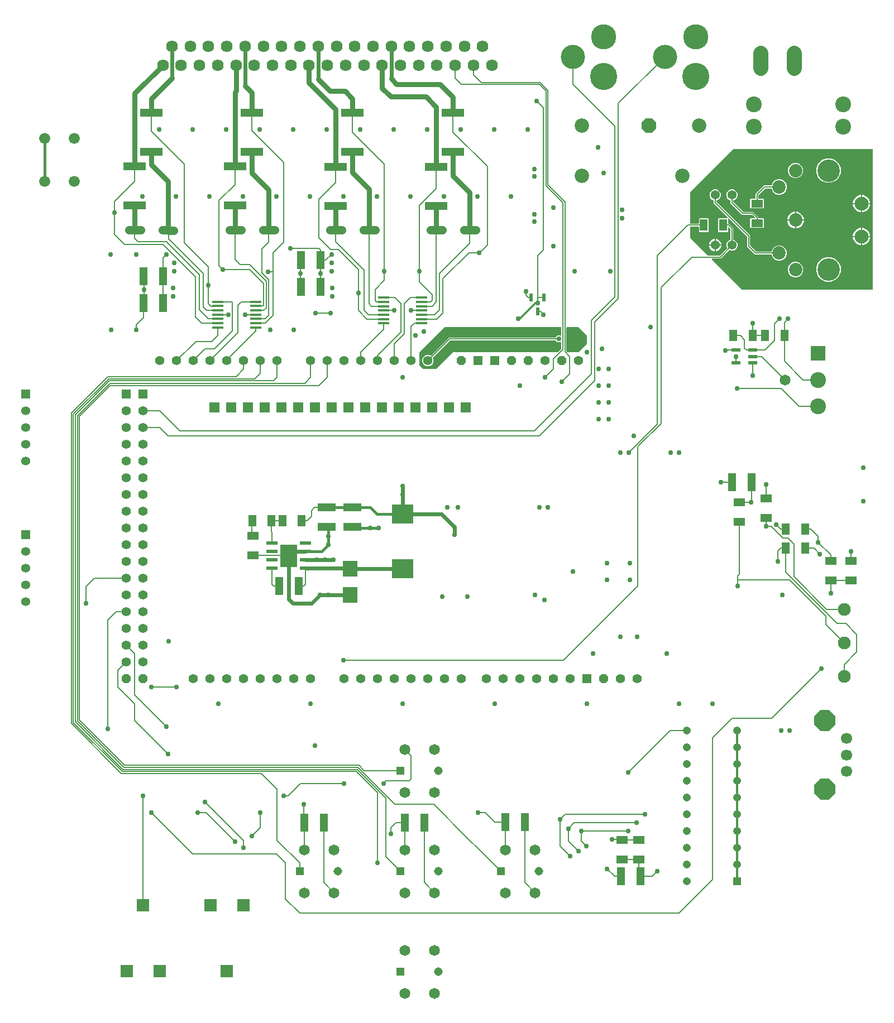
<source format=gbl>
G04 EAGLE Gerber RS-274X export*
G75*
%MOMM*%
%FSLAX34Y34*%
%LPD*%
%INBottom Copper*%
%IPPOS*%
%AMOC8*
5,1,8,0,0,1.08239X$1,22.5*%
G01*
G04 Define Apertures*
%ADD10R,1.358000X1.358000*%
%ADD11C,1.358000*%
%ADD12R,1.164600X2.715300*%
%ADD13R,2.715300X1.164600*%
%ADD14R,2.230000X2.370000*%
%ADD15R,1.208000X1.208000*%
%ADD16C,1.208000*%
%ADD17R,1.508000X1.508000*%
%ADD18C,3.816000*%
%ADD19C,4.116000*%
%ADD20C,3.666000*%
%ADD21C,1.785000*%
%ADD22C,2.100000*%
%ADD23C,2.025000*%
%ADD24C,3.406000*%
%ADD25R,2.325000X2.325000*%
%ADD26C,2.400000*%
%ADD27C,1.650000*%
%ADD28R,3.200000X3.000000*%
%ADD29C,1.372500*%
%ADD30R,3.370200X1.231200*%
%ADD31C,1.408000*%
%ADD32P,1.52401X8X112.5*%
%ADD33R,1.408000X1.408000*%
%ADD34R,1.308000X1.308000*%
%ADD35C,1.308000*%
%ADD36C,1.676400*%
%ADD37R,1.800000X0.601500*%
%ADD38R,2.620000X3.400000*%
%ADD39R,1.800000X0.425000*%
%ADD40R,1.340000X0.620000*%
%ADD41C,1.950000*%
%ADD42R,1.231400X1.771900*%
%ADD43R,1.771900X1.231400*%
%ADD44R,1.815300X1.164600*%
%ADD45R,1.164600X1.815300*%
%ADD46R,1.950000X1.950000*%
%ADD47C,1.700000*%
%ADD48P,3.48097X8X22.5*%
%ADD49C,2.184400*%
%ADD50P,2.36437X8X22.5*%
%ADD51C,2.250000*%
%ADD52R,0.624800X1.223500*%
%ADD53C,0.756400*%
%ADD54C,0.609600*%
%ADD55C,0.152400*%
%ADD56C,0.304800*%
%ADD57C,0.406400*%
%ADD58C,0.762000*%
%ADD59C,1.270000*%
G36*
X1334813Y1149410D02*
X1335063Y1149582D01*
X1335227Y1149837D01*
X1335278Y1150112D01*
X1335278Y1361948D01*
X1335218Y1362245D01*
X1335046Y1362495D01*
X1334791Y1362659D01*
X1334516Y1362710D01*
X1124266Y1362710D01*
X1123968Y1362650D01*
X1123727Y1362487D01*
X1058133Y1296893D01*
X1057966Y1296640D01*
X1057910Y1296354D01*
X1057910Y1250188D01*
X1057970Y1249891D01*
X1058142Y1249641D01*
X1058397Y1249477D01*
X1058672Y1249426D01*
X1070607Y1249426D01*
X1070904Y1249486D01*
X1071154Y1249658D01*
X1071318Y1249913D01*
X1071369Y1250188D01*
X1071369Y1256848D01*
X1072262Y1257741D01*
X1085170Y1257741D01*
X1086063Y1256848D01*
X1086063Y1237432D01*
X1085170Y1236540D01*
X1072262Y1236540D01*
X1071369Y1237432D01*
X1071369Y1244092D01*
X1071309Y1244389D01*
X1071137Y1244639D01*
X1070882Y1244803D01*
X1070607Y1244854D01*
X1058672Y1244854D01*
X1058375Y1244794D01*
X1058125Y1244622D01*
X1057961Y1244367D01*
X1057910Y1244092D01*
X1057910Y1228406D01*
X1057970Y1228108D01*
X1058133Y1227867D01*
X1084869Y1201131D01*
X1085122Y1200963D01*
X1085408Y1200908D01*
X1102347Y1200908D01*
X1102644Y1200968D01*
X1102886Y1201131D01*
X1113754Y1211999D01*
X1113922Y1212252D01*
X1113977Y1212550D01*
X1113919Y1212829D01*
X1113024Y1214992D01*
X1113024Y1218328D01*
X1114300Y1221411D01*
X1116659Y1223770D01*
X1118654Y1224596D01*
X1118905Y1224765D01*
X1119071Y1225019D01*
X1119124Y1225300D01*
X1119124Y1240797D01*
X1119064Y1241095D01*
X1118901Y1241336D01*
X1116872Y1243365D01*
X1116619Y1243533D01*
X1116321Y1243588D01*
X1116025Y1243523D01*
X1115777Y1243348D01*
X1115618Y1243090D01*
X1115571Y1242826D01*
X1115571Y1237432D01*
X1114678Y1236540D01*
X1101770Y1236540D01*
X1100877Y1237432D01*
X1100877Y1256848D01*
X1101770Y1257741D01*
X1114627Y1257741D01*
X1114924Y1257801D01*
X1115174Y1257972D01*
X1115338Y1258228D01*
X1115389Y1258527D01*
X1115319Y1258822D01*
X1115166Y1259041D01*
X1093724Y1280483D01*
X1093724Y1284220D01*
X1093664Y1284517D01*
X1093492Y1284768D01*
X1093254Y1284924D01*
X1091259Y1285750D01*
X1088900Y1288109D01*
X1087624Y1291192D01*
X1087624Y1294528D01*
X1088900Y1297611D01*
X1091259Y1299970D01*
X1094342Y1301247D01*
X1097678Y1301247D01*
X1100761Y1299970D01*
X1103120Y1297611D01*
X1104397Y1294528D01*
X1104397Y1291192D01*
X1103120Y1288109D01*
X1100761Y1285750D01*
X1098766Y1284924D01*
X1098515Y1284755D01*
X1098349Y1284501D01*
X1098296Y1284220D01*
X1098296Y1282693D01*
X1098356Y1282395D01*
X1098519Y1282154D01*
X1149164Y1231509D01*
X1149164Y1216719D01*
X1149224Y1216421D01*
X1149387Y1216180D01*
X1158347Y1207219D01*
X1158600Y1207052D01*
X1158886Y1206996D01*
X1180859Y1206996D01*
X1181156Y1207056D01*
X1181406Y1207228D01*
X1181563Y1207466D01*
X1183154Y1211309D01*
X1186431Y1214586D01*
X1190713Y1216359D01*
X1195347Y1216359D01*
X1199629Y1214586D01*
X1202906Y1211309D01*
X1204679Y1207027D01*
X1204679Y1202393D01*
X1202906Y1198111D01*
X1199629Y1194834D01*
X1195347Y1193061D01*
X1190713Y1193061D01*
X1186431Y1194834D01*
X1183154Y1198111D01*
X1181563Y1201954D01*
X1181393Y1202205D01*
X1181139Y1202371D01*
X1180859Y1202424D01*
X1156677Y1202424D01*
X1144592Y1214509D01*
X1144592Y1229300D01*
X1144531Y1229597D01*
X1144368Y1229839D01*
X1116872Y1257335D01*
X1116619Y1257503D01*
X1116321Y1257558D01*
X1116025Y1257493D01*
X1115777Y1257318D01*
X1115618Y1257060D01*
X1115571Y1256796D01*
X1115571Y1250188D01*
X1115631Y1249891D01*
X1115803Y1249641D01*
X1116058Y1249477D01*
X1116333Y1249426D01*
X1117277Y1249426D01*
X1123696Y1243007D01*
X1123696Y1225300D01*
X1123756Y1225003D01*
X1123928Y1224752D01*
X1124166Y1224596D01*
X1126161Y1223770D01*
X1128520Y1221411D01*
X1129797Y1218328D01*
X1129797Y1214992D01*
X1128520Y1211909D01*
X1126161Y1209550D01*
X1123078Y1208274D01*
X1119742Y1208274D01*
X1117916Y1209030D01*
X1117618Y1209088D01*
X1117322Y1209025D01*
X1117085Y1208865D01*
X1104556Y1196336D01*
X1091504Y1196336D01*
X1091207Y1196275D01*
X1090957Y1196104D01*
X1090793Y1195848D01*
X1090743Y1195549D01*
X1090812Y1195254D01*
X1090965Y1195035D01*
X1136427Y1149573D01*
X1136680Y1149406D01*
X1136966Y1149350D01*
X1334516Y1149350D01*
X1334813Y1149410D01*
G37*
%LPC*%
G36*
X1264339Y1311256D02*
X1257520Y1314081D01*
X1252301Y1319300D01*
X1249476Y1326119D01*
X1249476Y1333501D01*
X1252301Y1340320D01*
X1257520Y1345539D01*
X1264339Y1348364D01*
X1271721Y1348364D01*
X1278540Y1345539D01*
X1283759Y1340320D01*
X1286584Y1333501D01*
X1286584Y1326119D01*
X1283759Y1319300D01*
X1278540Y1314081D01*
X1271721Y1311256D01*
X1264339Y1311256D01*
G37*
G36*
X1215613Y1318161D02*
X1211331Y1319934D01*
X1208054Y1323211D01*
X1206281Y1327493D01*
X1206281Y1332127D01*
X1208054Y1336409D01*
X1211331Y1339686D01*
X1215613Y1341459D01*
X1220247Y1341459D01*
X1224529Y1339686D01*
X1227806Y1336409D01*
X1229579Y1332127D01*
X1229579Y1327493D01*
X1227806Y1323211D01*
X1224529Y1319934D01*
X1220247Y1318161D01*
X1215613Y1318161D01*
G37*
G36*
X1149802Y1272327D02*
X1148910Y1273220D01*
X1148910Y1286128D01*
X1149802Y1287021D01*
X1156462Y1287021D01*
X1156759Y1287081D01*
X1157009Y1287253D01*
X1157173Y1287508D01*
X1157224Y1287783D01*
X1157224Y1294737D01*
X1169583Y1307096D01*
X1180859Y1307096D01*
X1181156Y1307156D01*
X1181406Y1307328D01*
X1181563Y1307566D01*
X1183154Y1311409D01*
X1186431Y1314686D01*
X1190713Y1316459D01*
X1195347Y1316459D01*
X1199629Y1314686D01*
X1202906Y1311409D01*
X1204679Y1307127D01*
X1204679Y1302493D01*
X1202906Y1298211D01*
X1199629Y1294934D01*
X1195347Y1293161D01*
X1190713Y1293161D01*
X1186431Y1294934D01*
X1183154Y1298211D01*
X1181563Y1302054D01*
X1181393Y1302305D01*
X1181139Y1302471D01*
X1180859Y1302524D01*
X1171792Y1302524D01*
X1171495Y1302464D01*
X1171253Y1302301D01*
X1162019Y1293067D01*
X1161852Y1292814D01*
X1161796Y1292528D01*
X1161796Y1287783D01*
X1161856Y1287486D01*
X1162028Y1287236D01*
X1162283Y1287072D01*
X1162558Y1287021D01*
X1169218Y1287021D01*
X1170111Y1286128D01*
X1170111Y1273220D01*
X1169218Y1272327D01*
X1149802Y1272327D01*
G37*
G36*
X1149802Y1242819D02*
X1148910Y1243712D01*
X1148910Y1256620D01*
X1149802Y1257513D01*
X1155494Y1257513D01*
X1155792Y1257573D01*
X1156042Y1257745D01*
X1156205Y1258000D01*
X1156256Y1258299D01*
X1156186Y1258594D01*
X1156033Y1258814D01*
X1152436Y1262411D01*
X1152183Y1262578D01*
X1151897Y1262634D01*
X1136973Y1262634D01*
X1119124Y1280483D01*
X1119124Y1284220D01*
X1119064Y1284517D01*
X1118892Y1284768D01*
X1118654Y1284924D01*
X1116659Y1285750D01*
X1114300Y1288109D01*
X1113024Y1291192D01*
X1113024Y1294528D01*
X1114300Y1297611D01*
X1116659Y1299970D01*
X1119742Y1301247D01*
X1123078Y1301247D01*
X1126161Y1299970D01*
X1128520Y1297611D01*
X1129797Y1294528D01*
X1129797Y1291192D01*
X1128520Y1288109D01*
X1126161Y1285750D01*
X1124166Y1284924D01*
X1123915Y1284755D01*
X1123749Y1284501D01*
X1123696Y1284220D01*
X1123696Y1282693D01*
X1123756Y1282395D01*
X1123919Y1282154D01*
X1138644Y1267429D01*
X1138897Y1267262D01*
X1139183Y1267206D01*
X1154107Y1267206D01*
X1161796Y1259517D01*
X1161796Y1258275D01*
X1161856Y1257978D01*
X1162028Y1257728D01*
X1162283Y1257564D01*
X1162558Y1257513D01*
X1169218Y1257513D01*
X1170111Y1256620D01*
X1170111Y1243712D01*
X1169218Y1242819D01*
X1149802Y1242819D01*
G37*
G36*
X1304890Y1280522D02*
X1304890Y1282354D01*
X1306875Y1287147D01*
X1310543Y1290815D01*
X1315336Y1292800D01*
X1317168Y1292800D01*
X1317168Y1280522D01*
X1304890Y1280522D01*
G37*
G36*
X1318692Y1280522D02*
X1318692Y1292800D01*
X1320524Y1292800D01*
X1325317Y1290815D01*
X1328985Y1287147D01*
X1330970Y1282354D01*
X1330970Y1280522D01*
X1318692Y1280522D01*
G37*
G36*
X1318692Y1266720D02*
X1318692Y1278998D01*
X1330970Y1278998D01*
X1330970Y1277166D01*
X1328985Y1272373D01*
X1325317Y1268705D01*
X1320524Y1266720D01*
X1318692Y1266720D01*
G37*
G36*
X1315336Y1266720D02*
X1310543Y1268705D01*
X1306875Y1272373D01*
X1304890Y1277166D01*
X1304890Y1278998D01*
X1317168Y1278998D01*
X1317168Y1266720D01*
X1315336Y1266720D01*
G37*
G36*
X1205265Y1255522D02*
X1205265Y1257279D01*
X1207193Y1261934D01*
X1210756Y1265497D01*
X1215411Y1267425D01*
X1217168Y1267425D01*
X1217168Y1255522D01*
X1205265Y1255522D01*
G37*
G36*
X1218692Y1255522D02*
X1218692Y1267425D01*
X1220449Y1267425D01*
X1225104Y1265497D01*
X1228667Y1261934D01*
X1230595Y1257279D01*
X1230595Y1255522D01*
X1218692Y1255522D01*
G37*
G36*
X1218692Y1242095D02*
X1218692Y1253998D01*
X1230595Y1253998D01*
X1230595Y1252241D01*
X1228667Y1247586D01*
X1225104Y1244023D01*
X1220449Y1242095D01*
X1218692Y1242095D01*
G37*
G36*
X1215411Y1242095D02*
X1210756Y1244023D01*
X1207193Y1247586D01*
X1205265Y1252241D01*
X1205265Y1253998D01*
X1217168Y1253998D01*
X1217168Y1242095D01*
X1215411Y1242095D01*
G37*
G36*
X1304890Y1230522D02*
X1304890Y1232354D01*
X1306875Y1237147D01*
X1310543Y1240815D01*
X1315336Y1242800D01*
X1317168Y1242800D01*
X1317168Y1230522D01*
X1304890Y1230522D01*
G37*
G36*
X1318692Y1230522D02*
X1318692Y1242800D01*
X1320524Y1242800D01*
X1325317Y1240815D01*
X1328985Y1237147D01*
X1330970Y1232354D01*
X1330970Y1230522D01*
X1318692Y1230522D01*
G37*
G36*
X1318692Y1216720D02*
X1318692Y1228998D01*
X1330970Y1228998D01*
X1330970Y1227166D01*
X1328985Y1222373D01*
X1325317Y1218705D01*
X1320524Y1216720D01*
X1318692Y1216720D01*
G37*
G36*
X1315336Y1216720D02*
X1310543Y1218705D01*
X1306875Y1222373D01*
X1304890Y1227166D01*
X1304890Y1228998D01*
X1317168Y1228998D01*
X1317168Y1216720D01*
X1315336Y1216720D01*
G37*
G36*
X1086608Y1217422D02*
X1086608Y1218530D01*
X1088039Y1221986D01*
X1090684Y1224631D01*
X1094140Y1226063D01*
X1095248Y1226063D01*
X1095248Y1217422D01*
X1086608Y1217422D01*
G37*
G36*
X1096772Y1217422D02*
X1096772Y1226063D01*
X1097880Y1226063D01*
X1101336Y1224631D01*
X1103981Y1221986D01*
X1105413Y1218530D01*
X1105413Y1217422D01*
X1096772Y1217422D01*
G37*
G36*
X1096772Y1207258D02*
X1096772Y1215898D01*
X1105413Y1215898D01*
X1105413Y1214790D01*
X1103981Y1211334D01*
X1101336Y1208689D01*
X1097880Y1207258D01*
X1096772Y1207258D01*
G37*
G36*
X1094140Y1207258D02*
X1090684Y1208689D01*
X1088039Y1211334D01*
X1086608Y1214790D01*
X1086608Y1215898D01*
X1095248Y1215898D01*
X1095248Y1207258D01*
X1094140Y1207258D01*
G37*
G36*
X1264339Y1161156D02*
X1257520Y1163981D01*
X1252301Y1169200D01*
X1249476Y1176019D01*
X1249476Y1183401D01*
X1252301Y1190220D01*
X1257520Y1195439D01*
X1264339Y1198264D01*
X1271721Y1198264D01*
X1278540Y1195439D01*
X1283759Y1190220D01*
X1286584Y1183401D01*
X1286584Y1176019D01*
X1283759Y1169200D01*
X1278540Y1163981D01*
X1271721Y1161156D01*
X1264339Y1161156D01*
G37*
G36*
X1215613Y1168061D02*
X1211331Y1169834D01*
X1208054Y1173111D01*
X1206281Y1177393D01*
X1206281Y1182027D01*
X1208054Y1186309D01*
X1211331Y1189586D01*
X1215613Y1191359D01*
X1220247Y1191359D01*
X1224529Y1189586D01*
X1227806Y1186309D01*
X1229579Y1182027D01*
X1229579Y1177393D01*
X1227806Y1173111D01*
X1224529Y1169834D01*
X1220247Y1168061D01*
X1215613Y1168061D01*
G37*
%LPD*%
G36*
X673082Y1028760D02*
X673323Y1028923D01*
X698456Y1054056D01*
X698483Y1054075D01*
X698588Y1054100D01*
X857511Y1054100D01*
X857809Y1054160D01*
X858050Y1054323D01*
X862770Y1059043D01*
X862937Y1059296D01*
X862993Y1059582D01*
X862993Y1068859D01*
X862933Y1069156D01*
X862761Y1069406D01*
X862506Y1069569D01*
X862207Y1069620D01*
X861912Y1069550D01*
X861692Y1069397D01*
X861409Y1069114D01*
X857013Y1069114D01*
X854216Y1071911D01*
X853964Y1072078D01*
X853678Y1072134D01*
X694683Y1072134D01*
X694385Y1072074D01*
X694144Y1071911D01*
X668262Y1046029D01*
X668094Y1045776D01*
X668038Y1045478D01*
X668096Y1045198D01*
X668964Y1043104D01*
X668964Y1039697D01*
X667660Y1036549D01*
X665251Y1034140D01*
X662104Y1032836D01*
X658697Y1032836D01*
X655549Y1034140D01*
X653140Y1036549D01*
X651836Y1039697D01*
X651836Y1043104D01*
X653140Y1046251D01*
X655549Y1048660D01*
X658697Y1049964D01*
X662104Y1049964D01*
X664198Y1049096D01*
X664496Y1049038D01*
X664793Y1049101D01*
X665029Y1049262D01*
X692473Y1076706D01*
X853678Y1076706D01*
X853975Y1076766D01*
X854216Y1076929D01*
X857013Y1079726D01*
X861409Y1079726D01*
X861692Y1079443D01*
X861945Y1079275D01*
X862243Y1079220D01*
X862539Y1079285D01*
X862787Y1079460D01*
X862946Y1079718D01*
X862993Y1079981D01*
X862993Y1091438D01*
X862933Y1091735D01*
X862761Y1091985D01*
X862506Y1092149D01*
X862231Y1092200D01*
X686116Y1092200D01*
X685818Y1092140D01*
X685577Y1091977D01*
X647923Y1054323D01*
X647756Y1054070D01*
X647700Y1053784D01*
X647700Y1035366D01*
X647760Y1035068D01*
X647923Y1034827D01*
X653827Y1028923D01*
X654080Y1028756D01*
X654366Y1028700D01*
X672784Y1028700D01*
X673082Y1028760D01*
G37*
G36*
X888982Y1054160D02*
X889223Y1054323D01*
X901477Y1066577D01*
X901644Y1066830D01*
X901700Y1067116D01*
X901700Y1079184D01*
X901640Y1079482D01*
X901477Y1079723D01*
X889223Y1091977D01*
X888970Y1092144D01*
X888684Y1092200D01*
X871375Y1092200D01*
X871078Y1092140D01*
X870828Y1091968D01*
X870664Y1091713D01*
X870613Y1091438D01*
X870613Y1056024D01*
X870673Y1055727D01*
X870836Y1055485D01*
X871998Y1054323D01*
X872251Y1054156D01*
X872537Y1054100D01*
X888684Y1054100D01*
X888982Y1054160D01*
G37*
D10*
X50800Y990600D03*
D11*
X50800Y965200D03*
X50800Y939800D03*
X50800Y914400D03*
X50800Y889000D03*
D10*
X50800Y777240D03*
D11*
X50800Y751840D03*
X50800Y726440D03*
X50800Y701040D03*
X50800Y675640D03*
D12*
X258594Y1169670D03*
X229086Y1169670D03*
X497354Y1153160D03*
X467846Y1153160D03*
X1151404Y857250D03*
X1121896Y857250D03*
X434826Y699770D03*
X464334Y699770D03*
D13*
X546100Y818664D03*
X546100Y789156D03*
X506730Y818664D03*
X506730Y789156D03*
D12*
X258594Y1129030D03*
X229086Y1129030D03*
D14*
X542290Y725970D03*
X542290Y686270D03*
D15*
X1129030Y251460D03*
D16*
X1129030Y276860D03*
X1129030Y302260D03*
X1129030Y327660D03*
X1129030Y353060D03*
X1129030Y378460D03*
X1129030Y403860D03*
X1129030Y429260D03*
X1129030Y454660D03*
X1129030Y480060D03*
X1052830Y480060D03*
X1052830Y454660D03*
X1052830Y429260D03*
X1052830Y403860D03*
X1052830Y378460D03*
X1052830Y353060D03*
X1052830Y327660D03*
X1052830Y302260D03*
X1052830Y276860D03*
X1052830Y251460D03*
D17*
X336700Y970600D03*
X362100Y970600D03*
X387500Y970600D03*
X412900Y970600D03*
X438300Y970600D03*
X463700Y970600D03*
X489100Y970600D03*
X514500Y970600D03*
X539900Y970600D03*
X565300Y970600D03*
X590700Y970600D03*
X616100Y970600D03*
X641500Y970600D03*
X666900Y970600D03*
X692300Y970600D03*
X717700Y970600D03*
D18*
X1066800Y1532910D03*
D19*
X1066800Y1472410D03*
D20*
X1019800Y1502410D03*
D18*
X927100Y1532910D03*
D19*
X927100Y1472410D03*
D20*
X880100Y1502410D03*
D21*
X258700Y1489710D03*
X286400Y1489710D03*
X314100Y1489710D03*
X341800Y1489710D03*
X369500Y1489710D03*
X397200Y1489710D03*
X424900Y1489710D03*
X452600Y1489710D03*
X480300Y1489710D03*
X508000Y1489710D03*
X535700Y1489710D03*
X563400Y1489710D03*
X591100Y1489710D03*
X618800Y1489710D03*
X646500Y1489710D03*
X674200Y1489710D03*
X701900Y1489710D03*
X729600Y1489710D03*
X757300Y1489710D03*
X272550Y1518110D03*
X300250Y1518110D03*
X327950Y1518110D03*
X355650Y1518110D03*
X383350Y1518110D03*
X411050Y1518110D03*
X438750Y1518110D03*
X466450Y1518110D03*
X494150Y1518110D03*
X521850Y1518110D03*
X549550Y1518110D03*
X577250Y1518110D03*
X604950Y1518110D03*
X632650Y1518110D03*
X660350Y1518110D03*
X688050Y1518110D03*
X715750Y1518110D03*
X743450Y1518110D03*
D22*
X1317930Y1279760D03*
X1317930Y1229760D03*
D23*
X1217930Y1329810D03*
X1193030Y1304810D03*
X1217930Y1254760D03*
X1193030Y1204710D03*
X1217930Y1179710D03*
D24*
X1268030Y1329810D03*
X1268030Y1179710D03*
D25*
X1252220Y1052190D03*
D26*
X1252220Y1012190D03*
X1252220Y972190D03*
D27*
X1202220Y1012190D03*
D28*
X622300Y725720D03*
X622300Y808440D03*
D29*
X1121410Y1292860D03*
X1096010Y1292860D03*
X1096010Y1216660D03*
X1121410Y1216660D03*
D30*
X241300Y1358415D03*
X241300Y1417805D03*
X393700Y1358415D03*
X393700Y1417805D03*
X546100Y1358415D03*
X546100Y1417805D03*
X698500Y1358415D03*
X698500Y1417805D03*
X215900Y1277135D03*
X215900Y1336525D03*
X368300Y1277135D03*
X368300Y1336525D03*
X520700Y1275865D03*
X520700Y1335255D03*
X673100Y1275865D03*
X673100Y1335255D03*
D31*
X203200Y584200D03*
X203200Y609600D03*
X203200Y635000D03*
X203200Y660400D03*
X203200Y685800D03*
X203200Y711200D03*
X203200Y736600D03*
X203200Y762000D03*
X203200Y787400D03*
X203200Y812800D03*
X203200Y838200D03*
X203200Y863600D03*
X203200Y889000D03*
X203200Y914400D03*
X203200Y939800D03*
X228600Y939800D03*
X228600Y914400D03*
X228600Y889000D03*
X228600Y863600D03*
X228600Y838200D03*
X228600Y812800D03*
X228600Y787400D03*
X228600Y762000D03*
X228600Y736600D03*
X228600Y711200D03*
X228600Y685800D03*
X228600Y660400D03*
X228600Y635000D03*
X228600Y609600D03*
X228600Y584200D03*
X482600Y558800D03*
X457200Y558800D03*
X431800Y558800D03*
X406400Y558800D03*
X381000Y558800D03*
X355600Y558800D03*
X330200Y558800D03*
X304800Y558800D03*
X711200Y558800D03*
X685800Y558800D03*
X660400Y558800D03*
X635000Y558800D03*
X609600Y558800D03*
X584200Y558800D03*
X558800Y558800D03*
X533400Y558800D03*
D32*
X927100Y558800D03*
D33*
X901700Y558800D03*
D31*
X876300Y558800D03*
X850900Y558800D03*
X825500Y558800D03*
X800100Y558800D03*
X774700Y558800D03*
X749300Y558800D03*
X431800Y1041400D03*
X406400Y1041400D03*
X381000Y1041400D03*
X355600Y1041400D03*
X330200Y1041400D03*
X304800Y1041400D03*
X279400Y1041400D03*
X254000Y1041400D03*
X660400Y1041400D03*
X635000Y1041400D03*
X609600Y1041400D03*
X584200Y1041400D03*
X558800Y1041400D03*
X533400Y1041400D03*
X508000Y1041400D03*
X482600Y1041400D03*
X889000Y1041400D03*
D32*
X863600Y1041400D03*
D31*
X838200Y1041400D03*
D32*
X812800Y1041400D03*
X787400Y1041400D03*
D33*
X762000Y1041400D03*
X736600Y1041400D03*
D32*
X711200Y1041400D03*
D31*
X977900Y558800D03*
X952500Y558800D03*
D32*
X203200Y558800D03*
X228600Y558800D03*
D33*
X203200Y990600D03*
X228600Y990600D03*
D31*
X228600Y965200D03*
X203200Y965200D03*
D27*
X777600Y299200D03*
X777600Y234200D03*
X822600Y299200D03*
X822600Y234200D03*
D34*
X771100Y266700D03*
D35*
X829100Y266700D03*
D27*
X472800Y299200D03*
X472800Y234200D03*
X517800Y299200D03*
X517800Y234200D03*
D34*
X466300Y266700D03*
D35*
X524300Y266700D03*
D27*
X625200Y451600D03*
X625200Y386600D03*
X670200Y451600D03*
X670200Y386600D03*
D34*
X618700Y419100D03*
D35*
X676700Y419100D03*
D27*
X625200Y146800D03*
X625200Y81800D03*
X670200Y146800D03*
X670200Y81800D03*
D34*
X618700Y114300D03*
D35*
X676700Y114300D03*
D36*
X124100Y1313700D03*
X124100Y1378700D03*
X79100Y1313700D03*
X79100Y1378700D03*
D37*
X424080Y726440D03*
X424080Y739140D03*
X424080Y751840D03*
X424080Y764540D03*
X475080Y764540D03*
X475080Y751840D03*
X475080Y739140D03*
X475080Y726440D03*
D38*
X449580Y745490D03*
D39*
X342122Y1091750D03*
X342122Y1098250D03*
X342122Y1104750D03*
X342122Y1111250D03*
X342122Y1117750D03*
X342122Y1124250D03*
X342122Y1130750D03*
X399558Y1130750D03*
X399558Y1124250D03*
X399558Y1117750D03*
X399558Y1111250D03*
X399558Y1104750D03*
X399558Y1098250D03*
X399558Y1091750D03*
X593582Y1098100D03*
X593582Y1104600D03*
X593582Y1111100D03*
X593582Y1117600D03*
X593582Y1124100D03*
X593582Y1130600D03*
X593582Y1137100D03*
X651018Y1137100D03*
X651018Y1130600D03*
X651018Y1124100D03*
X651018Y1117600D03*
X651018Y1111100D03*
X651018Y1104600D03*
X651018Y1098100D03*
D40*
X1152994Y1057250D03*
X1152994Y1047750D03*
X1152994Y1038250D03*
X1127926Y1038250D03*
X1127926Y1057250D03*
D41*
X1291590Y664210D03*
X1291590Y613410D03*
X1291590Y562610D03*
D42*
X440000Y798830D03*
X469320Y798830D03*
X423600Y798830D03*
X394280Y798830D03*
D43*
X394970Y775390D03*
X394970Y746070D03*
D44*
X1159510Y1279674D03*
X1159510Y1250166D03*
D45*
X1108224Y1247140D03*
X1078716Y1247140D03*
X1171426Y1079500D03*
X1200934Y1079500D03*
X1152674Y1079500D03*
X1123166Y1079500D03*
X1232684Y756920D03*
X1203176Y756920D03*
D44*
X1173480Y832634D03*
X1173480Y803126D03*
X1301750Y737384D03*
X1301750Y707876D03*
X1271270Y707876D03*
X1271270Y737384D03*
X1132840Y796776D03*
X1132840Y826284D03*
D45*
X1232684Y786130D03*
X1203176Y786130D03*
D44*
X955040Y284966D03*
X955040Y314474D03*
X980440Y284966D03*
X980440Y314474D03*
D26*
X1290004Y1396510D03*
X1155004Y1396510D03*
X1290004Y1430510D03*
X1155004Y1430510D03*
D46*
X380600Y215100D03*
X355600Y115100D03*
X330600Y215100D03*
X203600Y115100D03*
X228600Y215100D03*
X253600Y115100D03*
D12*
X952986Y259080D03*
X982494Y259080D03*
X497354Y1193800D03*
X467846Y1193800D03*
D27*
X625200Y299200D03*
X625200Y234200D03*
X670200Y299200D03*
X670200Y234200D03*
D34*
X618700Y266700D03*
D35*
X676700Y266700D03*
D47*
X1295380Y443230D03*
X1295380Y468230D03*
X1295380Y418230D03*
D48*
X1262380Y495230D03*
X1262380Y391230D03*
D12*
X502434Y340360D03*
X472926Y340360D03*
X807234Y341630D03*
X777726Y341630D03*
X654834Y340360D03*
X625326Y340360D03*
D49*
X894080Y1398270D03*
X894080Y1322070D03*
D50*
X995680Y1398270D03*
D49*
X1071880Y1398270D03*
X1046480Y1322070D03*
D51*
X1165057Y1485277D02*
X1165057Y1507777D01*
X1215857Y1507777D02*
X1215857Y1485277D01*
D52*
X817270Y1137130D03*
X836270Y1137130D03*
X826770Y1115850D03*
D53*
X491490Y739140D03*
X504190Y739140D03*
X516890Y739140D03*
D54*
X491490Y739140D02*
X475080Y739140D01*
X491490Y739140D02*
X504190Y739140D01*
X516890Y739140D01*
D53*
X706120Y819150D03*
X689610Y819150D03*
X998220Y1092200D03*
X609600Y1117600D03*
D55*
X593582Y1117600D01*
D53*
X358140Y1111250D03*
D55*
X342122Y1111250D01*
D53*
X932180Y270510D03*
D55*
X943610Y259080D02*
X952986Y259080D01*
X943610Y259080D02*
X932180Y270510D01*
D53*
X1022350Y596900D03*
X910590Y596900D03*
X342900Y520700D03*
X1041400Y520700D03*
X901700Y520700D03*
X762000Y520700D03*
X622300Y520700D03*
X482600Y520700D03*
X825500Y1435100D03*
X965200Y901700D03*
X1028700Y901700D03*
X952500Y901700D03*
X1041400Y901700D03*
D55*
X1008380Y944880D02*
X1008380Y1201049D01*
X1008380Y944880D02*
X965200Y901700D01*
X1008380Y1201049D02*
X1054471Y1247140D01*
D53*
X1111250Y1056640D03*
D55*
X1111860Y1057250D01*
X1127926Y1057250D01*
D56*
X1129030Y403860D02*
X1129030Y378460D01*
X1129030Y403860D02*
X1129030Y429260D01*
X1129030Y454660D02*
X1129030Y480060D01*
X1129030Y454660D02*
X1129030Y429260D01*
X1129030Y378460D02*
X1129030Y353060D01*
X1129030Y327660D01*
X1129030Y302260D01*
X1129030Y276860D01*
X1129030Y251460D01*
D53*
X880110Y721360D03*
D55*
X1054471Y1247140D02*
X1078716Y1247140D01*
X477520Y798830D02*
X469320Y798830D01*
X477520Y798830D02*
X483870Y805180D01*
X483870Y814070D01*
X488464Y818664D01*
X506730Y818664D01*
D57*
X546100Y818664D01*
X573256Y818664D01*
X583480Y808440D01*
X622300Y808440D01*
D54*
X681270Y808440D01*
X701040Y788670D01*
D53*
X701040Y788670D03*
X701040Y777240D03*
D54*
X701040Y788670D01*
D53*
X826770Y1129030D03*
D55*
X835660Y1424940D02*
X825500Y1435100D01*
X826770Y1136650D02*
X826770Y1129030D01*
X827250Y1137130D02*
X836270Y1137130D01*
X827250Y1137130D02*
X826770Y1136650D01*
D53*
X797560Y1104900D03*
X800100Y1003300D03*
D54*
X622300Y838200D02*
X622300Y808440D01*
D56*
X823858Y1129030D02*
X826770Y1129030D01*
X823858Y1129030D02*
X799728Y1104900D01*
X797560Y1104900D01*
D53*
X622300Y838200D03*
X622300Y850900D03*
D54*
X622300Y838200D01*
D53*
X497840Y1173480D03*
X514350Y1202690D03*
D55*
X505460Y1193800D01*
X497354Y1193800D01*
X497840Y1153646D02*
X497354Y1153160D01*
X497840Y1153646D02*
X497840Y1173480D01*
X497840Y1193314D01*
X497354Y1193800D01*
X497354Y1209526D01*
X495300Y1211580D01*
X452120Y1211580D01*
D53*
X452120Y1211580D03*
D55*
X258594Y1169670D02*
X258594Y1129030D01*
D53*
X264160Y1202690D03*
D55*
X258594Y1197124D02*
X258594Y1169670D01*
X258594Y1197124D02*
X264160Y1202690D01*
X826770Y1200404D02*
X826770Y1136650D01*
X835660Y1209294D02*
X835660Y1424940D01*
X835660Y1209294D02*
X826770Y1200404D01*
D53*
X1092200Y520700D03*
X383540Y1111250D03*
D55*
X399558Y1111250D01*
D53*
X635000Y1117600D03*
D55*
X651018Y1117600D01*
D53*
X252730Y1391920D03*
X303530Y1391920D03*
X354330Y1391920D03*
X405130Y1391920D03*
X455930Y1391920D03*
X506730Y1391920D03*
X557530Y1391920D03*
X608330Y1391920D03*
X659130Y1391920D03*
X709930Y1391920D03*
X760730Y1391920D03*
X811530Y1391920D03*
X786130Y1290320D03*
X684530Y1290320D03*
X633730Y1290320D03*
X532130Y1290320D03*
X481330Y1290320D03*
X379730Y1290320D03*
X328930Y1290320D03*
X227330Y1290320D03*
X440690Y732282D03*
X440690Y758698D03*
X449580Y758698D03*
X458470Y758698D03*
X458470Y745490D03*
X458470Y732282D03*
X449580Y732282D03*
X449580Y745490D03*
D55*
X955040Y284966D02*
X980440Y284966D01*
X980440Y261134D02*
X982494Y259080D01*
X980440Y261134D02*
X980440Y284966D01*
D53*
X1008380Y266700D03*
D55*
X1000760Y259080D02*
X982494Y259080D01*
X1000760Y259080D02*
X1008380Y266700D01*
D53*
X509270Y762000D03*
X509270Y774700D03*
X572770Y787400D03*
X585470Y787400D03*
D57*
X572770Y787400D01*
X509270Y774700D02*
X509270Y762000D01*
D53*
X496570Y685800D03*
X509270Y685800D03*
D54*
X496570Y685800D01*
X483870Y673100D01*
X455930Y673100D01*
X449580Y679450D01*
X449580Y745490D01*
X456438Y751840D02*
X475080Y751840D01*
D55*
X456438Y751840D02*
X449580Y758698D01*
D57*
X475080Y751840D02*
X499110Y751840D01*
X509270Y762000D01*
D53*
X1252220Y765810D03*
D55*
X1252220Y774700D02*
X1240790Y786130D01*
X1232684Y786130D01*
X1252220Y774700D02*
X1252220Y765810D01*
X1271270Y746760D01*
X1271270Y737384D01*
D53*
X1321054Y828040D03*
X1321054Y878840D03*
X1104900Y857250D03*
D55*
X1121896Y857250D01*
D53*
X278356Y1290320D03*
X440690Y745490D03*
D55*
X440204Y745976D02*
X394970Y746070D01*
X440204Y745976D02*
X440690Y745490D01*
D53*
X966470Y708660D03*
X932180Y734060D03*
X932180Y708660D03*
X966470Y734060D03*
X711200Y1082040D03*
X711200Y1066800D03*
X736600Y1082040D03*
X736600Y1066800D03*
X762000Y1066800D03*
X762000Y1082040D03*
X795020Y1082040D03*
X795020Y1066800D03*
X825500Y1066800D03*
X825500Y1082040D03*
X850900Y1082040D03*
X850900Y1066800D03*
X889000Y1082040D03*
X889000Y1066800D03*
X924560Y1059180D03*
X901700Y1054100D03*
X919480Y1028700D03*
X934720Y1028700D03*
X919480Y952500D03*
X934720Y952500D03*
X919480Y977900D03*
X934720Y977900D03*
X919480Y1003300D03*
X934720Y1003300D03*
X1196340Y480060D03*
X1209040Y480060D03*
X836930Y678180D03*
X822960Y685800D03*
X972820Y927100D03*
D55*
X654834Y340360D02*
X654834Y249566D01*
X670200Y234200D01*
X807234Y249566D02*
X822600Y234200D01*
X807234Y249566D02*
X807234Y341630D01*
D53*
X488950Y457200D03*
D55*
X502434Y249566D02*
X517800Y234200D01*
X502434Y249566D02*
X502434Y340360D01*
D57*
X509270Y774700D02*
X509270Y786616D01*
X506730Y789156D01*
D54*
X509270Y685800D02*
X541820Y685800D01*
X542290Y686270D01*
D57*
X547856Y787400D02*
X572770Y787400D01*
X547856Y787400D02*
X546100Y789156D01*
D53*
X829310Y819150D03*
X842010Y819150D03*
X882650Y1177290D03*
X937260Y1177290D03*
X918210Y1365250D03*
X681990Y683260D03*
X720090Y683260D03*
D55*
X229086Y1169670D02*
X228600Y1170156D01*
X1166660Y1047750D02*
X1202220Y1012190D01*
X1166660Y1047750D02*
X1152994Y1047750D01*
D53*
X467360Y1173480D03*
D55*
X467360Y1193314D01*
X467846Y1193800D01*
X467360Y1153646D02*
X467846Y1153160D01*
X467360Y1153646D02*
X467360Y1173480D01*
D53*
X515620Y1151890D03*
X457200Y1088390D03*
X421640Y1088390D03*
X218440Y1088390D03*
X180340Y1088390D03*
D55*
X229086Y1106656D02*
X229086Y1129030D01*
X229086Y1106656D02*
X218440Y1096010D01*
X218440Y1088390D01*
D53*
X229870Y1149350D03*
D55*
X229870Y1129814D02*
X229086Y1129030D01*
X229870Y1129814D02*
X229870Y1149350D01*
X229870Y1168886D02*
X229086Y1169670D01*
X229870Y1168886D02*
X229870Y1149350D01*
D53*
X218440Y1202690D03*
X179070Y1202690D03*
X430756Y1290320D03*
X583156Y1290320D03*
X735556Y1290320D03*
X821690Y1332230D03*
X821690Y1320800D03*
X274320Y1151890D03*
D57*
X79100Y1313700D02*
X79100Y1378700D01*
D53*
X622300Y1016000D03*
D55*
X203200Y711200D02*
X154940Y711200D01*
X142240Y698500D01*
X142240Y673100D01*
D53*
X142240Y673100D03*
X989330Y353060D03*
D55*
X868680Y353060D01*
X861060Y345440D01*
D53*
X861060Y345440D03*
D55*
X861060Y304800D01*
X876300Y289560D01*
D53*
X876300Y289560D03*
X976630Y340360D03*
X873606Y331624D03*
D55*
X882342Y340360D01*
X976630Y340360D01*
D53*
X889000Y297180D03*
D55*
X873606Y312574D01*
X873606Y331624D01*
D53*
X963930Y327660D03*
X892810Y327660D03*
D55*
X963930Y327660D01*
D53*
X900430Y304800D03*
D55*
X892810Y312420D01*
X892810Y327660D01*
D53*
X241300Y355600D03*
D55*
X303530Y293370D01*
X430530Y293370D01*
X444500Y279400D01*
X444500Y224790D01*
X466090Y203200D01*
X1271270Y707876D02*
X1301750Y707876D01*
X1041400Y203200D02*
X466090Y203200D01*
X1041400Y203200D02*
X1092200Y254000D01*
D53*
X1257300Y574040D03*
X1271270Y688340D03*
D55*
X1271270Y707876D01*
X1121771Y498546D02*
X1092200Y468975D01*
X1181806Y498546D02*
X1257300Y574040D01*
X1181806Y498546D02*
X1121771Y498546D01*
X1092200Y468975D02*
X1092200Y254000D01*
D53*
X1197610Y685800D03*
D55*
X203200Y660400D02*
X187960Y660400D01*
X175260Y647700D01*
X175260Y482600D01*
D53*
X175260Y482600D03*
X311150Y355600D03*
X368300Y311432D03*
D55*
X324132Y355600D02*
X311150Y355600D01*
X324132Y355600D02*
X368300Y311432D01*
D53*
X279400Y546100D03*
D55*
X241300Y546100D01*
D53*
X241300Y546100D03*
D55*
X625200Y451600D02*
X635000Y441800D01*
X635000Y406400D01*
X632460Y403860D01*
X596900Y403860D01*
X593090Y400050D01*
D53*
X593090Y400050D03*
X533400Y400050D03*
D55*
X467360Y400050D01*
X448310Y381000D01*
X441960Y381000D01*
D53*
X441960Y381000D03*
D55*
X215900Y596900D02*
X203200Y609600D01*
D53*
X736600Y355600D03*
D55*
X747870Y355600D01*
D53*
X263878Y486410D03*
D55*
X215900Y534388D02*
X215900Y596900D01*
X215900Y534388D02*
X263878Y486410D01*
X777600Y341504D02*
X777600Y299200D01*
X777600Y341504D02*
X777726Y341630D01*
X761840Y341630D01*
X747870Y355600D01*
D53*
X472440Y368300D03*
X266700Y444500D03*
D55*
X215900Y495300D01*
X190500Y571500D02*
X203200Y584200D01*
X190500Y571500D02*
X190500Y546100D01*
X215900Y520700D02*
X215900Y495300D01*
X215900Y520700D02*
X190500Y546100D01*
X472440Y368300D02*
X472440Y340846D01*
X472926Y340360D01*
X472800Y340234D02*
X472800Y299200D01*
X472800Y340234D02*
X472926Y340360D01*
D53*
X654050Y1085850D03*
X977900Y622300D03*
D55*
X701900Y1469800D02*
X701900Y1489710D01*
X701900Y1469800D02*
X711200Y1460500D01*
X829310Y1460500D01*
X850900Y1043940D02*
X850900Y1028700D01*
D53*
X838200Y1016000D03*
D55*
X850900Y1028700D01*
X839470Y1450340D02*
X829310Y1460500D01*
X839470Y1450340D02*
X839470Y1306992D01*
X865279Y1058319D02*
X850900Y1043940D01*
X865279Y1058319D02*
X865279Y1281183D01*
X839470Y1306992D01*
D53*
X275590Y1189990D03*
X514350Y1189990D03*
X641350Y1079500D03*
X952500Y622300D03*
D55*
X729600Y1475120D02*
X729600Y1489710D01*
D53*
X863600Y1009650D03*
D55*
X875466Y1021516D01*
X875466Y1047623D01*
X868327Y1054762D01*
X868327Y1282446D01*
X830573Y1463548D02*
X741172Y1463548D01*
X729600Y1475120D01*
X842518Y1451603D02*
X842518Y1308255D01*
X868327Y1282446D01*
X842518Y1451603D02*
X830573Y1463548D01*
D53*
X514350Y1177290D03*
X275590Y1177290D03*
X532130Y586514D03*
D55*
X1121410Y1216660D02*
X1121410Y1242060D01*
X1116330Y1247140D01*
X1108224Y1247140D01*
X865914Y586514D02*
X532130Y586514D01*
X1121410Y1216422D02*
X1121410Y1216660D01*
X1121410Y1216422D02*
X1103609Y1198622D01*
X978888Y699488D02*
X865914Y586514D01*
X978888Y911077D02*
X1013968Y946157D01*
X978888Y911077D02*
X978888Y699488D01*
X1060382Y1198622D02*
X1103609Y1198622D01*
X1060382Y1198622D02*
X1013968Y1152208D01*
X1013968Y946157D01*
X399558Y1130750D02*
X377640Y1130750D01*
X372110Y1125220D01*
X372110Y1083564D01*
X330200Y1041654D01*
X330200Y1041400D01*
X634180Y1137100D02*
X651018Y1137100D01*
X634180Y1137100D02*
X624840Y1127760D01*
X624840Y1082040D01*
X609600Y1066800D01*
X609600Y1041400D01*
X399558Y1086104D02*
X399558Y1091750D01*
X399558Y1086104D02*
X355600Y1042146D01*
X355600Y1041400D01*
X639630Y1098100D02*
X651018Y1098100D01*
X639630Y1098100D02*
X635000Y1093470D01*
X635000Y1041400D01*
X342122Y1079754D02*
X342122Y1091750D01*
X308610Y1070610D02*
X279400Y1041400D01*
X308610Y1070610D02*
X332978Y1070610D01*
X342122Y1079754D01*
X593582Y1088882D02*
X593582Y1098100D01*
X593582Y1088882D02*
X558800Y1054100D01*
X558800Y1041400D01*
X364040Y1130750D02*
X342122Y1130750D01*
X322580Y1059180D02*
X304800Y1041400D01*
X322580Y1059180D02*
X337065Y1059180D01*
X364208Y1086323D01*
X364208Y1130582D01*
X364040Y1130750D01*
X593582Y1137100D02*
X610420Y1137100D01*
X619760Y1127760D01*
X619760Y1084580D01*
X584200Y1049020D01*
X584200Y1041400D01*
D53*
X1188720Y792480D03*
D55*
X1195070Y786130D01*
X1203176Y786130D01*
X913130Y1010920D02*
X829310Y927100D01*
X266700Y927100D01*
X254000Y939800D01*
X228600Y939800D01*
X913130Y1010920D02*
X913130Y1099820D01*
X948972Y1135662D01*
X948972Y1431582D02*
X1019800Y1502410D01*
X948972Y1431582D02*
X948972Y1135662D01*
X254000Y965200D02*
X228600Y965200D01*
X908050Y1021080D02*
X908050Y1102360D01*
X943864Y1138174D01*
X943864Y1397117D01*
X880100Y1460881D01*
X880100Y1502410D01*
X284198Y935002D02*
X254000Y965200D01*
X284198Y935002D02*
X821972Y935002D01*
X908050Y1021080D01*
X472440Y699770D02*
X464334Y699770D01*
X472440Y699770D02*
X475080Y702410D01*
X475080Y726440D01*
D54*
X622050Y725970D02*
X622300Y725720D01*
D55*
X622050Y725970D01*
D54*
X622300Y725720D02*
X542540Y725720D01*
X542290Y725970D01*
X541820Y726440D02*
X475080Y726440D01*
X541820Y726440D02*
X542540Y725720D01*
D55*
X440000Y798830D02*
X423600Y798830D01*
X423694Y764926D02*
X424080Y764540D01*
X423694Y764926D02*
X423600Y798830D01*
X426720Y699770D02*
X434826Y699770D01*
X426720Y699770D02*
X424080Y702410D01*
X424080Y726440D01*
X466300Y279190D02*
X466300Y266700D01*
X466300Y279190D02*
X431800Y313690D01*
X431800Y391160D01*
X407670Y415290D01*
X195580Y415290D01*
X175529Y1017270D02*
X369570Y1017270D01*
X381000Y1028700D01*
X381000Y1041400D01*
X119888Y961629D02*
X119888Y490982D01*
X195580Y415290D01*
X119888Y961629D02*
X175529Y1017270D01*
X178301Y1007110D02*
X473710Y1007110D01*
X482600Y1016000D01*
X482600Y1041400D01*
X610601Y368300D02*
X669500Y368300D01*
X610601Y368300D02*
X554467Y424434D01*
X199368Y424434D01*
X129032Y494770D02*
X129032Y957841D01*
X129032Y494770D02*
X199368Y424434D01*
X129032Y957841D02*
X178301Y1007110D01*
X669500Y368300D02*
X720738Y317063D01*
X739055Y298745D02*
X771100Y266700D01*
X739055Y298745D02*
X720738Y317063D01*
X132080Y956579D02*
X178801Y1003300D01*
X495300Y1003300D01*
X508000Y1016000D01*
X508000Y1041400D01*
X132080Y956579D02*
X132080Y496032D01*
X564112Y419100D02*
X618700Y419100D01*
X200630Y427482D02*
X132080Y496032D01*
X555730Y427482D02*
X564112Y419100D01*
X555730Y427482D02*
X200630Y427482D01*
D53*
X584200Y279400D03*
D55*
X584200Y386080D01*
X398018Y1013968D02*
X176537Y1013968D01*
X398018Y1013968D02*
X406400Y1022350D01*
X406400Y1041400D01*
X551942Y418338D02*
X584200Y386080D01*
X551942Y418338D02*
X196843Y418338D01*
X122936Y492245D02*
X122936Y960367D01*
X122936Y492245D02*
X196843Y418338D01*
X122936Y960367D02*
X176537Y1013968D01*
D53*
X490220Y1113790D03*
D55*
X513080Y1113790D01*
D53*
X513080Y1113790D03*
D58*
X215900Y1336525D02*
X215900Y1446910D01*
X258700Y1489710D01*
D55*
X215900Y1336525D02*
X215900Y1313180D01*
X185420Y1282700D01*
X185420Y1266190D02*
X185420Y1233170D01*
X185420Y1266190D02*
X185420Y1282700D01*
X185420Y1233170D02*
X200660Y1217930D01*
X341822Y1098550D02*
X342122Y1098250D01*
X341822Y1098550D02*
X317500Y1098550D01*
D53*
X185420Y1266190D03*
D55*
X308102Y1107948D02*
X317500Y1098550D01*
X258579Y1217930D02*
X200660Y1217930D01*
X308102Y1168407D02*
X308102Y1107948D01*
X308102Y1168407D02*
X258579Y1217930D01*
D58*
X368300Y1336525D02*
X368300Y1449140D01*
X369500Y1450340D02*
X369500Y1489710D01*
X369500Y1450340D02*
X368300Y1449140D01*
D55*
X411480Y1125220D02*
X410510Y1124250D01*
X399558Y1124250D01*
X411480Y1125220D02*
X411480Y1158240D01*
X368300Y1308455D02*
X368300Y1336525D01*
X368300Y1308455D02*
X344034Y1284189D01*
X344034Y1185192D01*
D53*
X349396Y1179830D03*
D55*
X389890Y1179830D02*
X411480Y1158240D01*
X389890Y1179830D02*
X349396Y1179830D01*
X344034Y1185192D01*
D58*
X520700Y1335255D02*
X520700Y1422400D01*
X480300Y1462800D01*
X480300Y1489710D01*
D55*
X554990Y1117600D02*
X567990Y1104600D01*
X554990Y1144270D02*
X554990Y1179830D01*
X554990Y1144270D02*
X554990Y1117600D01*
X567990Y1104600D02*
X593582Y1104600D01*
X554990Y1179830D02*
X524510Y1210310D01*
X520700Y1311910D02*
X520700Y1335255D01*
X524510Y1210310D02*
X513080Y1210310D01*
X495300Y1228090D01*
X495300Y1286510D01*
X520700Y1311910D01*
D53*
X554990Y1144270D03*
D58*
X673100Y1335255D02*
X673100Y1426210D01*
X591100Y1454870D02*
X591100Y1489710D01*
D55*
X666750Y1132840D02*
X664210Y1130300D01*
X651318Y1130300D01*
X651018Y1130600D01*
X666750Y1132840D02*
X666750Y1141730D01*
D58*
X673100Y1426210D02*
X657352Y1441958D01*
X604012Y1441958D01*
X591100Y1454870D01*
D55*
X647700Y1160780D02*
X666750Y1141730D01*
X673100Y1302105D02*
X673100Y1335255D01*
X647700Y1177290D02*
X647700Y1160780D01*
X647700Y1177290D02*
X647700Y1276705D01*
X673100Y1302105D01*
D53*
X647700Y1177290D03*
D54*
X604950Y1468960D02*
X604950Y1518110D01*
D58*
X698500Y1441450D02*
X698500Y1417805D01*
D55*
X698500Y1388110D01*
X750570Y1336040D01*
X683260Y1113790D02*
X674070Y1104600D01*
X651018Y1104600D01*
D58*
X698500Y1441450D02*
X678942Y1461008D01*
X612902Y1461008D02*
X604950Y1468960D01*
X612902Y1461008D02*
X678942Y1461008D01*
D55*
X750570Y1336040D02*
X750570Y1216914D01*
X683260Y1165860D02*
X683260Y1113790D01*
X683260Y1165860D02*
X722630Y1205230D01*
X737870Y1205230D01*
X738886Y1205230D01*
X750570Y1216914D01*
D53*
X737870Y1205230D03*
D58*
X393700Y1417805D02*
X393700Y1447800D01*
X383350Y1458150D01*
D54*
X383350Y1518110D01*
D55*
X393700Y1417805D02*
X393700Y1390650D01*
X441960Y1342390D01*
X425450Y1109980D02*
X413720Y1098250D01*
X399558Y1098250D01*
X441960Y1221486D02*
X441960Y1342390D01*
X425450Y1204976D02*
X425450Y1176020D01*
X425450Y1109980D01*
X425450Y1204976D02*
X441960Y1221486D01*
D53*
X417830Y1176020D03*
D55*
X425450Y1176020D01*
D58*
X546100Y1417805D02*
X546100Y1438910D01*
X534670Y1450340D01*
X511810Y1450340D01*
X494150Y1468000D01*
D54*
X494150Y1518110D01*
D55*
X546100Y1417805D02*
X546100Y1388110D01*
X594360Y1339850D01*
X594360Y1177290D01*
X594360Y1163320D01*
X580390Y1132840D02*
X582630Y1130600D01*
X593582Y1130600D01*
X580390Y1149350D02*
X594360Y1163320D01*
X580390Y1149350D02*
X580390Y1132840D01*
D53*
X594360Y1177290D03*
D58*
X241300Y1417805D02*
X241300Y1438910D01*
X272550Y1470160D01*
D54*
X272550Y1518110D01*
D55*
X241300Y1417805D02*
X241300Y1389380D01*
X290830Y1339850D01*
X342122Y1124250D02*
X341822Y1123950D01*
X331470Y1123950D01*
X327660Y1183640D02*
X290830Y1220470D01*
X290830Y1339850D01*
D53*
X327660Y1155700D03*
D55*
X327660Y1183640D01*
X327660Y1155700D02*
X327660Y1127760D01*
X331470Y1123950D01*
X1146878Y1215456D02*
X1146878Y1230563D01*
X1096010Y1281430D01*
X1096010Y1292860D01*
X1157624Y1204710D02*
X1193030Y1204710D01*
X1157624Y1204710D02*
X1146878Y1215456D01*
X1170530Y1304810D02*
X1193030Y1304810D01*
X1170530Y1304810D02*
X1159510Y1293790D01*
X1159510Y1279674D01*
X1121410Y1281430D02*
X1121410Y1292860D01*
X1121410Y1281430D02*
X1137920Y1264920D01*
X1153160Y1264920D01*
X1159510Y1258570D02*
X1159510Y1250166D01*
X1159510Y1258570D02*
X1153160Y1264920D01*
D53*
X1143000Y1358900D03*
D55*
X1229360Y1012190D02*
X1252220Y1012190D01*
X1229360Y1012190D02*
X1200934Y1040616D01*
X1200934Y1079500D01*
D53*
X1206500Y1104900D03*
D55*
X1200934Y1099334D02*
X1200934Y1079500D01*
X1200934Y1099334D02*
X1206500Y1104900D01*
X1223650Y972190D02*
X1252220Y972190D01*
D53*
X1129030Y999490D03*
D55*
X1196350Y999490D01*
X1223650Y972190D01*
D53*
X1153160Y1018540D03*
D55*
X1153160Y1038084D01*
X1152994Y1038250D01*
X1153160Y1079500D02*
X1171426Y1079500D01*
D53*
X1127760Y1047750D03*
D55*
X1152674Y1079500D02*
X1153160Y1079500D01*
X1127760Y1047750D02*
X1127760Y1038416D01*
X1127926Y1038250D01*
D53*
X1153160Y1098550D03*
D55*
X1153160Y1079500D01*
X1152994Y1057250D02*
X1143660Y1057250D01*
X1140460Y1060450D01*
X1140460Y1073150D01*
X1134110Y1079500D01*
X1123166Y1079500D01*
D53*
X1193800Y1104900D03*
D55*
X1186180Y1097280D01*
X1186180Y1071880D01*
X1171550Y1057250D01*
X1152994Y1057250D01*
D53*
X1301750Y751840D03*
D55*
X1301750Y737384D01*
D53*
X1173480Y853694D03*
D55*
X1173480Y832634D01*
X1291590Y580390D02*
X1291590Y562610D01*
X1203176Y720363D02*
X1203176Y756920D01*
X1203176Y720363D02*
X1280919Y642620D01*
X1294130Y642620D01*
X1310640Y626110D01*
X1310640Y599440D01*
X1291590Y580390D01*
D53*
X1191260Y736600D03*
D55*
X1191260Y753110D02*
X1195070Y756920D01*
X1191260Y753110D02*
X1191260Y736600D01*
X1195070Y756920D02*
X1203176Y756920D01*
X1264920Y664210D02*
X1291590Y664210D01*
X1264920Y664210D02*
X1215390Y713740D01*
D53*
X1173480Y789940D03*
D55*
X1173480Y803126D01*
X1215390Y762838D02*
X1215390Y713740D01*
X1215390Y762838D02*
X1206068Y772160D01*
X1198880Y772160D01*
X1181100Y789940D01*
X1173480Y789940D01*
D53*
X1254760Y748030D03*
D55*
X1245870Y756920D01*
X1232684Y756920D01*
X1209040Y708660D02*
X1130300Y708660D01*
X1263650Y654050D02*
X1263650Y641350D01*
X1291590Y613410D01*
X1263650Y654050D02*
X1209040Y708660D01*
D53*
X1130300Y699770D03*
D55*
X1130300Y708660D01*
X1130300Y715010D01*
X1132840Y717550D01*
X1132840Y796776D01*
X1151106Y826770D02*
X1151106Y856952D01*
X1151404Y857250D01*
X1150620Y826284D02*
X1132840Y826284D01*
X1150620Y826284D02*
X1151106Y826770D01*
D53*
X1150620Y826284D03*
X963930Y416560D03*
D55*
X1027430Y480060D01*
X1052830Y480060D01*
D53*
X939800Y314960D03*
D55*
X954554Y314960D01*
X955040Y314474D01*
X980440Y314474D01*
D53*
X228600Y381000D03*
D55*
X228600Y215100D01*
D53*
X267236Y615950D03*
X381000Y302260D03*
X322580Y372110D03*
D55*
X381000Y313690D01*
X381000Y302260D01*
X394280Y798830D02*
X393943Y799073D01*
X393943Y776511D02*
X394970Y775390D01*
X393943Y776511D02*
X393943Y799073D01*
X596900Y288500D02*
X618700Y266700D01*
X426720Y1010920D02*
X177800Y1010920D01*
X426720Y1010920D02*
X431800Y1016000D01*
X431800Y1041400D01*
X596900Y377691D02*
X596900Y288500D01*
X596900Y377691D02*
X553205Y421386D01*
X198105Y421386D01*
X125984Y493507D02*
X125984Y959104D01*
X125984Y493507D02*
X198105Y421386D01*
X125984Y959104D02*
X177800Y1010920D01*
D53*
X604520Y323850D03*
D55*
X604520Y332740D01*
X612140Y340360D01*
X625326Y340360D01*
X625200Y340234D02*
X625200Y299200D01*
X625200Y340234D02*
X625326Y340360D01*
D53*
X393700Y320040D03*
X406400Y355600D03*
D55*
X406400Y332740D02*
X393700Y320040D01*
X406400Y332740D02*
X406400Y355600D01*
X660400Y1041400D02*
X693420Y1074420D01*
D53*
X859211Y1074420D03*
D55*
X693420Y1074420D01*
D53*
X926978Y1326002D03*
X266700Y1239520D03*
X257810Y1239520D03*
X275288Y1239218D03*
X215900Y1239520D03*
X224790Y1239520D03*
X207010Y1239520D03*
X368300Y1239520D03*
X359410Y1239520D03*
X377190Y1239520D03*
X419100Y1239520D03*
X410210Y1239520D03*
X427990Y1239520D03*
X520700Y1239520D03*
X529590Y1239520D03*
X511810Y1239520D03*
X571500Y1239520D03*
X580390Y1239520D03*
X562610Y1239520D03*
X673100Y1239520D03*
X681990Y1239520D03*
X664210Y1239520D03*
X723900Y1239520D03*
X732790Y1239520D03*
X715010Y1239520D03*
D59*
X215900Y1239520D02*
X207010Y1239520D01*
X215900Y1239520D02*
X224790Y1239520D01*
D58*
X215900Y1239520D02*
X215900Y1277135D01*
D59*
X257810Y1239520D02*
X266700Y1239520D01*
X267002Y1239218D02*
X275288Y1239218D01*
X267002Y1239218D02*
X266700Y1239520D01*
D58*
X266700Y1313180D01*
X241300Y1338580D01*
X241300Y1358415D01*
D59*
X359410Y1239520D02*
X368300Y1239520D01*
X377190Y1239520D01*
D58*
X368300Y1239520D02*
X368300Y1277135D01*
D59*
X410210Y1239520D02*
X419100Y1239520D01*
X427990Y1239520D01*
D58*
X419100Y1239520D02*
X419100Y1300480D01*
X393700Y1325880D01*
X393700Y1358415D01*
D59*
X511810Y1239520D02*
X520700Y1239520D01*
X529590Y1239520D01*
D58*
X520700Y1239520D02*
X520700Y1275865D01*
D59*
X562610Y1239520D02*
X571500Y1239520D01*
X580390Y1239520D01*
D58*
X571500Y1239520D02*
X571500Y1301750D01*
X546100Y1327150D01*
X546100Y1358415D01*
D59*
X664210Y1239520D02*
X673100Y1239520D01*
X681990Y1239520D01*
D58*
X673100Y1239520D02*
X673100Y1275865D01*
D59*
X715010Y1239520D02*
X723900Y1239520D01*
X732790Y1239520D01*
D58*
X723900Y1239520D02*
X723900Y1296670D01*
X698500Y1322070D01*
X698500Y1358415D01*
D55*
X342122Y1117750D02*
X324970Y1117750D01*
X320040Y1122680D01*
X320040Y1173480D01*
X267002Y1226518D01*
X267002Y1239218D01*
X327810Y1104750D02*
X342122Y1104750D01*
X327810Y1104750D02*
X313690Y1118870D01*
X313690Y1172210D01*
X264160Y1221740D01*
X220980Y1221740D01*
X215900Y1226820D01*
X215900Y1239520D01*
X399558Y1117750D02*
X411630Y1117750D01*
X415290Y1121410D01*
X415290Y1162050D01*
X389890Y1187450D01*
X375920Y1187450D01*
X368300Y1195070D01*
X368300Y1239520D01*
X419100Y1109980D02*
X413870Y1104750D01*
X399558Y1104750D01*
X570380Y1111100D02*
X593582Y1111100D01*
X570380Y1111100D02*
X563880Y1117600D01*
X563880Y1178560D01*
X520700Y1221740D01*
X520700Y1239520D01*
X575160Y1124100D02*
X593582Y1124100D01*
X575160Y1124100D02*
X571500Y1127760D01*
X571500Y1239520D01*
X673100Y1239520D02*
X673100Y1130300D01*
X666900Y1124100D01*
X651018Y1124100D01*
X651018Y1111100D02*
X670410Y1111100D01*
X678180Y1118870D01*
X678180Y1173480D01*
X723900Y1219200D01*
X723900Y1239520D01*
D53*
X821690Y1252220D03*
X821690Y1263650D03*
X850900Y1273810D03*
X850900Y1215390D03*
D55*
X419100Y1164590D02*
X419100Y1109980D01*
X419100Y1220724D02*
X419100Y1239520D01*
X408940Y1174750D02*
X419100Y1164590D01*
X408940Y1174750D02*
X408940Y1210564D01*
X419100Y1220724D01*
D53*
X955040Y1270000D03*
X955040Y1257300D03*
X808990Y1146810D03*
D55*
X812320Y1137130D02*
X817270Y1137130D01*
X812320Y1137130D02*
X808990Y1140460D01*
X808990Y1146810D01*
D53*
X835660Y1111250D03*
D55*
X831060Y1115850D01*
X826770Y1115850D01*
D53*
X274320Y1139190D03*
X515620Y1139190D03*
M02*

</source>
